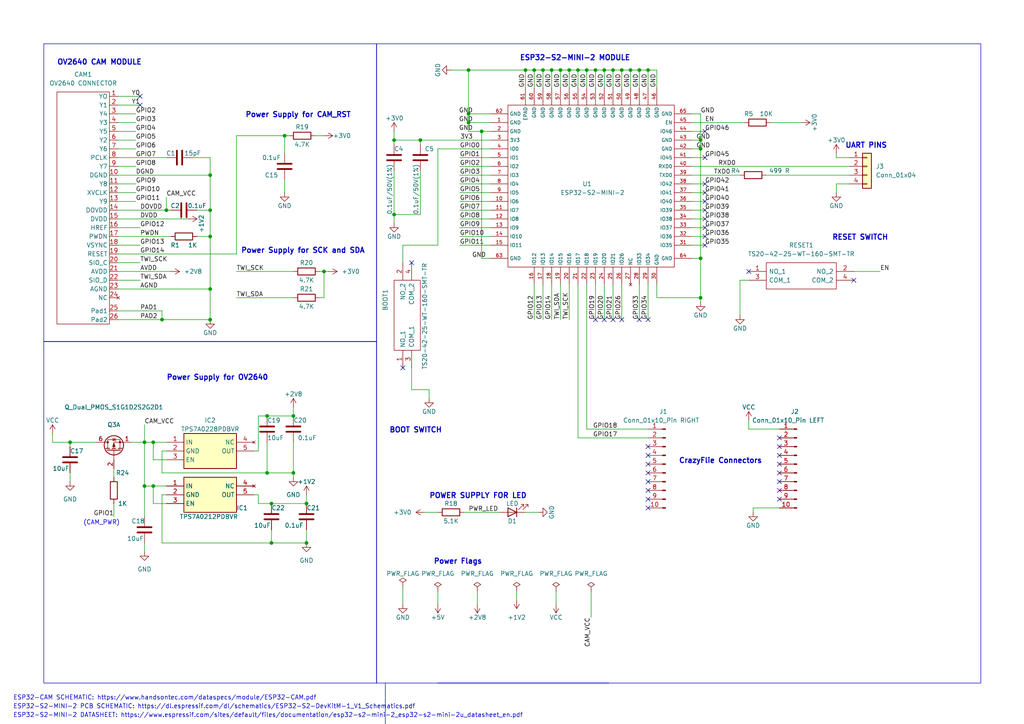
<source format=kicad_sch>
(kicad_sch (version 20230121) (generator eeschema)
  (paper "A4")
  (title_block (title "SURF Vision Offloading Module") (date "2023-07-07") (company "Effecient Computing Lab") (comment 1 "Put together by Kimberly By Goytia"))
  (lib_symbols
    (symbol "Camera:OV2640"
      (property "Reference" "CAM" (at -7.62 0 0))
      (property "Value" "OV2640" (at 2.54 0 0))
      (symbol "OV2640_1_1"
        (pin bidirectional line (at 8.89 -2.54 180) (length 2.54) (name "YO") (number "1"))
        (pin power_in line (at 8.89 -25.4 180) (length 2.54) (name "DGND") (number "10"))
        (pin bidirectional line (at 8.89 -27.94 180) (length 2.54) (name "Y8") (number "11"))
        (pin input line (at 8.89 -30.48 180) (length 2.54) (name "XVCLK") (number "12"))
        (pin bidirectional line (at 8.89 -33.02 180) (length 2.54) (name "Y9") (number "13"))
        (pin power_in line (at 8.89 -35.56 180) (length 2.54) (name "DOVDD") (number "14"))
        (pin power_in line (at 8.89 -38.1 180) (length 2.54) (name "DVDD") (number "15"))
        (pin bidirectional line (at 8.89 -40.64 180) (length 2.54) (name "HREF") (number "16"))
        (pin input line (at 8.89 -43.18 180) (length 2.54) (name "PWDN") (number "17"))
        (pin bidirectional line (at 8.89 -45.72 180) (length 2.54) (name "VSYNC") (number "18"))
        (pin unspecified line (at 8.89 -48.26 180) (length 2.54) (name "RESET") (number "19"))
        (pin bidirectional line (at 8.89 -5.08 180) (length 2.54) (name "Y1") (number "2"))
        (pin input line (at 8.89 -50.8 180) (length 2.54) (name "SIO_C") (number "20"))
        (pin power_in line (at 8.89 -53.34 180) (length 2.54) (name "AVDD") (number "21"))
        (pin bidirectional line (at 8.89 -55.88 180) (length 2.54) (name "SIO_D") (number "22"))
        (pin power_in line (at 8.89 -58.42 180) (length 2.54) (name "AGND") (number "23"))
        (pin no_connect line (at 8.89 -60.96 180) (length 2.54) (name "NC") (number "24"))
        (pin power_in line (at 8.89 -64.77 180) (length 2.54) (name "Pad1") (number "25"))
        (pin power_in line (at 8.89 -67.31 180) (length 2.54) (name "Pad2") (number "26"))
        (pin bidirectional line (at 8.89 -7.62 180) (length 2.54) (name "Y4") (number "3"))
        (pin bidirectional line (at 8.89 -10.16 180) (length 2.54) (name "Y3") (number "4"))
        (pin bidirectional line (at 8.89 -12.7 180) (length 2.54) (name "Y5") (number "5"))
        (pin bidirectional line (at 8.89 -15.24 180) (length 2.54) (name "Y2") (number "6"))
        (pin bidirectional line (at 8.89 -17.78 180) (length 2.54) (name "Y6") (number "7"))
        (pin bidirectional line (at 8.89 -20.32 180) (length 2.54) (name "PCLK") (number "8"))
        (pin bidirectional line (at 8.89 -22.86 180) (length 2.54) (name "Y7") (number "9"))
      )
    )
    (symbol "Connector:Conn_01x10_Pin" (pin_names (offset 1.016) hide)
      (property "Reference" "J" (at 0 12.7 0))
      (property "Value" "Conn_01x10_Pin" (at 0 -15.24 0))
      (symbol "Conn_01x10_Pin_1_1"
        (pin passive line (at 5.08 10.16 180) (length 3.81) (name "Pin_1") (number "1"))
        (pin passive line (at 5.08 -12.7 180) (length 3.81) (name "Pin_10") (number "10"))
        (pin passive line (at 5.08 7.62 180) (length 3.81) (name "Pin_2") (number "2"))
        (pin passive line (at 5.08 5.08 180) (length 3.81) (name "Pin_3") (number "3"))
        (pin passive line (at 5.08 2.54 180) (length 3.81) (name "Pin_4") (number "4"))
        (pin passive line (at 5.08 0 180) (length 3.81) (name "Pin_5") (number "5"))
        (pin passive line (at 5.08 -2.54 180) (length 3.81) (name "Pin_6") (number "6"))
        (pin passive line (at 5.08 -5.08 180) (length 3.81) (name "Pin_7") (number "7"))
        (pin passive line (at 5.08 -7.62 180) (length 3.81) (name "Pin_8") (number "8"))
        (pin passive line (at 5.08 -10.16 180) (length 3.81) (name "Pin_9") (number "9"))
      )
    )
    (symbol "Connector_Generic:Conn_01x04" (pin_names (offset 1.016) hide)
      (property "Reference" "J" (at 0 5.08 0))
      (property "Value" "Conn_01x04" (at 0 -7.62 0))
      (symbol "Conn_01x04_1_1"
        (pin passive line (at -5.08 2.54 0) (length 3.81) (name "Pin_1") (number "1"))
        (pin passive line (at -5.08 0 0) (length 3.81) (name "Pin_2") (number "2"))
        (pin passive line (at -5.08 -2.54 0) (length 3.81) (name "Pin_3") (number "3"))
        (pin passive line (at -5.08 -5.08 0) (length 3.81) (name "Pin_4") (number "4"))
      )
    )
    (symbol "Device:C" (pin_numbers hide) (pin_names (offset 0.254))
      (property "Reference" "C" (at 0.635 2.54 0))
      (property "Value" "C" (at 0.635 -2.54 0))
      (symbol "C_1_1"
        (pin passive line (at 0 3.81 270) (length 2.794) (name "~") (number "1"))
        (pin passive line (at 0 -3.81 90) (length 2.794) (name "~") (number "2"))
      )
    )
    (symbol "Device:LED" (pin_numbers hide) (pin_names (offset 1.016) hide)
      (property "Reference" "D" (at 0 2.54 0))
      (property "Value" "LED" (at 0 -2.54 0))
      (symbol "LED_1_1"
        (pin passive line (at -3.81 0 0) (length 2.54) (name "K") (number "1"))
        (pin passive line (at 3.81 0 180) (length 2.54) (name "A") (number "2"))
      )
    )
    (symbol "Device:Q_Dual_PMOS_S1G1D2S2G2D1" (pin_names (offset 0) hide)
      (property "Reference" "Q" (at 6.35 1.27 0))
      (property "Value" "Q_Dual_PMOS_S1G1D2S2G2D1" (at 19.05 -1.27 0))
      (symbol "Q_Dual_PMOS_S1G1D2S2G2D1_1_1"
        (pin passive line (at 2.54 -5.08 90) (length 2.54) (name "S") (number "1"))
        (pin input line (at -5.08 0 0) (length 2.54) (name "G") (number "2"))
        (pin passive line (at 2.54 5.08 270) (length 2.54) (name "D") (number "6"))
      )
      (symbol "Q_Dual_PMOS_S1G1D2S2G2D1_2_1"
        (pin passive line (at 2.54 5.08 270) (length 2.54) (name "D") (number "3"))
        (pin passive line (at 2.54 -5.08 90) (length 2.54) (name "S") (number "4"))
        (pin input line (at -5.08 0 0) (length 2.54) (name "G") (number "5"))
      )
    )
    (symbol "Device:R" (pin_numbers hide) (pin_names (offset 0))
      (property "Reference" "R" (at 2.032 0 90))
      (property "Value" "R" (at 0 0 90))
      (symbol "R_1_1"
        (pin passive line (at 0 3.81 270) (length 1.27) (name "~") (number "1"))
        (pin passive line (at 0 -3.81 90) (length 1.27) (name "~") (number "2"))
      )
    )
    (symbol "MCU_Espressif:ESP32-S2-MINI-2"
      (property "Reference" "U" (at 13.97 -19.05 0))
      (property "Value" "ESP32-S2-MINI-2" (at 13.97 -22.86 0))
      (symbol "ESP32-S2-MINI-2_1_0"
        (pin power_in line (at -16.51 -3.81 0) (length 5.08) (name "GND") (number "1"))
        (pin tri_state line (at -16.51 -26.67 0) (length 5.08) (name "IO6") (number "10"))
        (pin tri_state line (at -16.51 -29.21 0) (length 5.08) (name "IO7") (number "11"))
        (pin tri_state line (at -16.51 -31.75 0) (length 5.08) (name "IO8") (number "12"))
        (pin tri_state line (at -16.51 -34.29 0) (length 5.08) (name "IO9") (number "13"))
        (pin tri_state line (at -16.51 -36.83 0) (length 5.08) (name "IO10") (number "14"))
        (pin tri_state line (at -16.51 -39.37 0) (length 5.08) (name "IO11") (number "15"))
        (pin tri_state line (at -3.81 -50.8 90) (length 5.08) (name "IO12") (number "16"))
        (pin tri_state line (at -1.27 -50.8 90) (length 5.08) (name "IO13") (number "17"))
        (pin tri_state line (at 1.27 -50.8 90) (length 5.08) (name "IO14") (number "18"))
        (pin tri_state line (at 3.81 -50.8 90) (length 5.08) (name "IO15") (number "19"))
        (pin power_in line (at -16.51 -6.35 0) (length 5.08) (name "GND") (number "2"))
        (pin tri_state line (at 6.35 -50.8 90) (length 5.08) (name "IO16") (number "20"))
        (pin tri_state line (at 8.89 -50.8 90) (length 5.08) (name "IO17") (number "21"))
        (pin tri_state line (at 11.43 -50.8 90) (length 5.08) (name "IO18") (number "22"))
        (pin tri_state line (at 13.97 -50.8 90) (length 5.08) (name "IO19") (number "23"))
        (pin tri_state line (at 16.51 -50.8 90) (length 5.08) (name "IO20") (number "24"))
        (pin tri_state line (at 19.05 -50.8 90) (length 5.08) (name "IO21") (number "25"))
        (pin tri_state line (at 21.59 -50.8 90) (length 5.08) (name "IO26") (number "26"))
        (pin no_connect line (at 24.13 -50.8 90) (length 5.08) (name "NC") (number "27"))
        (pin tri_state line (at 26.67 -50.8 90) (length 5.08) (name "IO33") (number "28"))
        (pin tri_state line (at 29.21 -50.8 90) (length 5.08) (name "IO34") (number "29"))
        (pin power_out line (at -16.51 -8.89 0) (length 5.08) (name "3V3") (number "3"))
        (pin power_in line (at 31.75 -50.8 90) (length 5.08) (name "GND") (number "30"))
        (pin tri_state line (at 41.91 -39.37 180) (length 5.08) (name "IO35") (number "31"))
        (pin tri_state line (at 41.91 -36.83 180) (length 5.08) (name "IO36") (number "32"))
        (pin tri_state line (at 41.91 -34.29 180) (length 5.08) (name "IO37") (number "33"))
        (pin tri_state line (at 41.91 -31.75 180) (length 5.08) (name "IO38") (number "34"))
        (pin tri_state line (at 41.91 -29.21 180) (length 5.08) (name "IO39") (number "35"))
        (pin tri_state line (at 41.91 -26.67 180) (length 5.08) (name "IO40") (number "36"))
        (pin tri_state line (at 41.91 -24.13 180) (length 5.08) (name "IO41") (number "37"))
        (pin tri_state line (at 41.91 -21.59 180) (length 5.08) (name "IO42") (number "38"))
        (pin tri_state line (at 41.91 -19.05 180) (length 5.08) (name "TXD0") (number "39"))
        (pin tri_state line (at -16.51 -11.43 0) (length 5.08) (name "IO0") (number "4"))
        (pin tri_state line (at 41.91 -16.51 180) (length 5.08) (name "RXD0") (number "40"))
        (pin tri_state line (at 41.91 -13.97 180) (length 5.08) (name "IO45") (number "41"))
        (pin power_in line (at 41.91 -11.43 180) (length 5.08) (name "GND") (number "42"))
        (pin power_in line (at 41.91 -8.89 180) (length 5.08) (name "GND") (number "43"))
        (pin input line (at 41.91 -6.35 180) (length 5.08) (name "IO46") (number "44"))
        (pin input line (at 41.91 -3.81 180) (length 5.08) (name "EN") (number "45"))
        (pin power_in line (at 31.75 6.35 270) (length 5.08) (name "GND") (number "46"))
        (pin power_in line (at 29.21 6.35 270) (length 5.08) (name "GND") (number "47"))
        (pin power_in line (at 26.67 6.35 270) (length 5.08) (name "GND") (number "48"))
        (pin power_in line (at 24.13 6.35 270) (length 5.08) (name "GND") (number "49"))
        (pin tri_state line (at -16.51 -13.97 0) (length 5.08) (name "IO1") (number "5"))
        (pin power_in line (at 21.59 6.35 270) (length 5.08) (name "GND") (number "50"))
        (pin power_in line (at 19.05 6.35 270) (length 5.08) (name "GND") (number "51"))
        (pin power_in line (at 16.51 6.35 270) (length 5.08) (name "GND") (number "52"))
        (pin power_in line (at 13.97 6.35 270) (length 5.08) (name "GND") (number "53"))
        (pin power_in line (at 11.43 6.35 270) (length 5.08) (name "GND") (number "54"))
        (pin power_in line (at 8.89 6.35 270) (length 5.08) (name "GND") (number "55"))
        (pin power_in line (at 6.35 6.35 270) (length 5.08) (name "GND") (number "56"))
        (pin power_in line (at 3.81 6.35 270) (length 5.08) (name "GND") (number "57"))
        (pin power_in line (at 1.27 6.35 270) (length 5.08) (name "GND") (number "58"))
        (pin power_in line (at -1.27 6.35 270) (length 5.08) (name "GND") (number "59"))
        (pin tri_state line (at -16.51 -16.51 0) (length 5.08) (name "IO2") (number "6"))
        (pin power_in line (at -3.81 6.35 270) (length 5.08) (name "GND") (number "60"))
        (pin power_in line (at -6.35 6.35 270) (length 5.08) (name "EPAD") (number "61"))
        (pin power_in line (at -16.51 -1.27 0) (length 5.08) (name "GND") (number "62"))
        (pin power_in line (at -16.51 -43.18 0) (length 5.08) (name "GND") (number "63"))
        (pin power_in line (at 41.91 -43.18 180) (length 5.08) (name "GND") (number "64"))
        (pin power_in line (at 41.91 -1.27 180) (length 5.08) (name "GND") (number "65"))
        (pin tri_state line (at -16.51 -19.05 0) (length 5.08) (name "IO3") (number "7"))
        (pin tri_state line (at -16.51 -21.59 0) (length 5.08) (name "IO4") (number "8"))
        (pin tri_state line (at -16.51 -24.13 0) (length 5.08) (name "IO5") (number "9"))
      )
    )
    (symbol "TPS7A0212PDBVR:TPS7A0212PDBVR"
      (property "Reference" "IC" (at 21.59 7.62 0))
      (property "Value" "TPS7A0212PDBVR" (at 21.59 5.08 0))
      (symbol "TPS7A0212PDBVR_1_1"
        (pin passive line (at 0 0 0) (length 5.08) (name "IN") (number "1"))
        (pin passive line (at 0 -2.54 0) (length 5.08) (name "GND") (number "2"))
        (pin passive line (at 0 -5.08 0) (length 5.08) (name "EN") (number "3"))
        (pin no_connect line (at 25.4 0 180) (length 5.08) (name "NC") (number "4"))
        (pin passive line (at 25.4 -2.54 180) (length 5.08) (name "OUT") (number "5"))
      )
    )
    (symbol "TPS7A0228PDBVR:TPS7A0228PDBVR"
      (property "Reference" "IC" (at 21.59 7.62 0))
      (property "Value" "TPS7A0228PDBVR" (at 21.59 5.08 0))
      (symbol "TPS7A0228PDBVR_1_1"
        (pin passive line (at 0 0 0) (length 5.08) (name "IN") (number "1"))
        (pin passive line (at 0 -2.54 0) (length 5.08) (name "GND") (number "2"))
        (pin passive line (at 0 -5.08 0) (length 5.08) (name "EN") (number "3"))
        (pin no_connect line (at 25.4 0 180) (length 5.08) (name "NC") (number "4"))
        (pin passive line (at 25.4 -2.54 180) (length 5.08) (name "OUT") (number "5"))
      )
    )
    (symbol "TS20-42-25-WT-160-SMT-TR:TS20-42-25-WT-160-SMT-TR" (pin_names (offset 0.762))
      (property "Reference" "S" (at 26.67 7.62 0))
      (property "Value" "TS20-42-25-WT-160-SMT-TR" (at 26.67 5.08 0))
      (symbol "TS20-42-25-WT-160-SMT-TR_0_0"
        (pin passive line (at 0 0 0) (length 5.08) (name "NO_1") (number "1"))
        (pin passive line (at 30.48 0 180) (length 5.08) (name "NO_2") (number "2"))
        (pin passive line (at 0 -2.54 0) (length 5.08) (name "COM_1") (number "3"))
        (pin passive line (at 30.48 -2.54 180) (length 5.08) (name "COM_2") (number "4"))
      )
    )
    (symbol "power:+1V2" (power) (pin_names (offset 0))
      (property "Value" "+1V2" (at 0 3.556 0))
      (symbol "+1V2_1_1"
        (pin power_in line (at 0 0 90) (length 0) hide (name "+1V2") (number "1"))
      )
    )
    (symbol "power:+2V8" (power) (pin_names (offset 0))
      (property "Value" "+2V8" (at 0 3.556 0))
      (symbol "+2V8_1_1"
        (pin power_in line (at 0 0 90) (length 0) hide (name "+2V8") (number "1"))
      )
    )
    (symbol "power:+3V0" (power) (pin_names (offset 0))
      (property "Value" "+3V0" (at 0 3.556 0))
      (symbol "+3V0_1_1"
        (pin power_in line (at 0 0 90) (length 0) hide (name "+3V0") (number "1"))
      )
    )
    (symbol "power:+5V" (power) (pin_names (offset 0))
      (property "Value" "+5V" (at 0 3.556 0))
      (symbol "+5V_1_1"
        (pin power_in line (at 0 0 90) (length 0) hide (name "+5V") (number "1"))
      )
    )
    (symbol "power:GND" (power) (pin_names (offset 0))
      (property "Value" "GND" (at 0 -3.81 0))
      (symbol "GND_1_1"
        (pin power_in line (at 0 0 270) (length 0) hide (name "GND") (number "1"))
      )
    )
    (symbol "power:PWR_FLAG" (power) (pin_numbers hide) (pin_names (offset 0) hide)
      (property "Value" "PWR_FLAG" (at 0 3.81 0))
      (symbol "PWR_FLAG_0_0"
        (pin power_out line (at 0 0 90) (length 0) (name "pwr") (number "1"))
      )
    )
    (symbol "power:VCC" (power) (pin_names (offset 0))
      (property "Value" "VCC" (at 0 3.81 0))
      (symbol "VCC_1_1"
        (pin power_in line (at 0 0 90) (length 0) hide (name "VCC") (number "1"))
      )
    )
  )
  (junction (at 93.98 78.74))
  (junction (at 48.26 60.96))
  (junction (at 88.9 146.05))
  (junction (at 41.91 128.27))
  (junction (at 88.9 157.48))
  (junction (at 121.92 40.64))
  (junction (at 177.8 20.32))
  (junction (at 60.96 50.8))
  (junction (at 46.99 92.71))
  (junction (at 77.47 120.65))
  (junction (at 44.45 140.97))
  (junction (at 160.02 20.32))
  (junction (at 82.55 39.37))
  (junction (at 154.94 20.32))
  (junction (at 152.4 20.32))
  (junction (at 203.2 43.18))
  (junction (at 44.45 128.27))
  (junction (at 20.32 128.27))
  (junction (at 85.09 137.16))
  (junction (at 157.48 20.32))
  (junction (at 172.72 20.32))
  (junction (at 114.3 40.64))
  (junction (at 203.2 40.64))
  (junction (at 185.42 20.32))
  (junction (at 135.89 20.32))
  (junction (at 170.18 20.32))
  (junction (at 135.89 35.56))
  (junction (at 78.74 157.48))
  (junction (at 60.96 68.58))
  (junction (at 187.96 20.32))
  (junction (at 135.89 33.02))
  (junction (at 114.3 62.23))
  (junction (at 162.56 20.32))
  (junction (at 60.96 60.96))
  (junction (at 165.1 20.32))
  (junction (at 175.26 20.32))
  (junction (at 60.96 83.82))
  (junction (at 167.64 20.32))
  (junction (at 85.09 120.65))
  (junction (at 60.96 92.71))
  (junction (at 203.2 86.36))
  (junction (at 77.47 137.16))
  (junction (at 41.91 140.97))
  (junction (at 182.88 20.32))
  (junction (at 203.2 74.93))
  (junction (at 139.7 38.1))
  (junction (at 78.74 146.05))
  (junction (at 180.34 20.32))
  (no_connect (at 187.96 147.32))
  (no_connect (at 226.06 144.78))
  (no_connect (at 204.47 45.72))
  (no_connect (at 226.06 139.7))
  (no_connect (at 204.47 66.04))
  (no_connect (at 175.26 92.71))
  (no_connect (at 40.64 30.48))
  (no_connect (at 187.96 132.08))
  (no_connect (at 204.47 58.42))
  (no_connect (at 247.65 81.28))
  (no_connect (at 226.06 132.08))
  (no_connect (at 187.96 129.54))
  (no_connect (at 116.84 106.68))
  (no_connect (at 187.96 92.71))
  (no_connect (at 172.72 92.71))
  (no_connect (at 40.64 27.94))
  (no_connect (at 226.06 142.24))
  (no_connect (at 187.96 137.16))
  (no_connect (at 204.47 38.1))
  (no_connect (at 217.17 78.74))
  (no_connect (at 187.96 134.62))
  (no_connect (at 177.8 92.71))
  (no_connect (at 187.96 144.78))
  (no_connect (at 226.06 127))
  (no_connect (at 226.06 137.16))
  (no_connect (at 119.38 76.2))
  (no_connect (at 204.47 63.5))
  (no_connect (at 185.42 92.71))
  (no_connect (at 204.47 60.96))
  (no_connect (at 187.96 142.24))
  (no_connect (at 204.47 55.88))
  (no_connect (at 204.47 71.12))
  (no_connect (at 204.47 68.58))
  (no_connect (at 204.47 53.34))
  (no_connect (at 226.06 129.54))
  (no_connect (at 226.06 134.62))
  (no_connect (at 180.34 92.71))
  (no_connect (at 187.96 139.7))
  (wire (pts (xy 154.94 82.55) (xy 154.94 92.71)))
  (wire (pts (xy 200.66 74.93) (xy 203.2 74.93)))
  (wire (pts (xy 20.32 137.16) (xy 20.32 139.7)))
  (wire (pts (xy 190.5 20.32) (xy 190.5 25.4)))
  (wire (pts (xy 34.29 92.71) (xy 46.99 92.71)))
  (wire (pts (xy 34.29 40.64) (xy 39.37 40.64)))
  (wire (pts (xy 170.18 124.46) (xy 187.96 124.46)))
  (wire (pts (xy 82.55 39.37) (xy 82.55 44.45)))
  (wire (pts (xy 171.45 171.45) (xy 171.45 179.07)))
  (wire (pts (xy 114.3 38.1) (xy 114.3 40.64)))
  (wire (pts (xy 185.42 20.32) (xy 187.96 20.32)))
  (wire (pts (xy 203.2 43.18) (xy 203.2 74.93)))
  (wire (pts (xy 200.66 38.1) (xy 204.47 38.1)))
  (wire (pts (xy 165.1 82.55) (xy 165.1 92.71)))
  (wire (pts (xy 34.29 55.88) (xy 39.37 55.88)))
  (wire (pts (xy 175.26 82.55) (xy 175.26 92.71)))
  (wire (pts (xy 46.99 130.81) (xy 48.26 130.81)))
  (wire (pts (xy 167.64 20.32) (xy 167.64 25.4)))
  (wire (pts (xy 34.29 45.72) (xy 48.26 45.72)))
  (wire (pts (xy 114.3 41.91) (xy 114.3 40.64)))
  (wire (pts (xy 77.47 120.65) (xy 85.09 120.65)))
  (wire (pts (xy 73.66 130.81) (xy 74.93 130.81)))
  (wire (pts (xy 200.66 43.18) (xy 203.2 43.18)))
  (wire (pts (xy 68.58 86.36) (xy 85.09 86.36)))
  (wire (pts (xy 127 43.18) (xy 127 71.12)))
  (wire (pts (xy 142.24 40.64) (xy 121.92 40.64)))
  (wire (pts (xy 180.34 20.32) (xy 180.34 25.4)))
  (wire (pts (xy 34.29 58.42) (xy 39.37 58.42)))
  (wire (pts (xy 41.91 157.48) (xy 41.91 160.02)))
  (wire (pts (xy 74.93 143.51) (xy 74.93 146.05)))
  (wire (pts (xy 34.29 76.2) (xy 40.64 76.2)))
  (wire (pts (xy 92.71 78.74) (xy 93.98 78.74)))
  (wire (pts (xy 38.1 128.27) (xy 41.91 128.27)))
  (wire (pts (xy 57.15 68.58) (xy 60.96 68.58)))
  (wire (pts (xy 130.81 20.32) (xy 135.89 20.32)))
  (wire (pts (xy 170.18 20.32) (xy 170.18 25.4)))
  (wire (pts (xy 200.66 35.56) (xy 215.9 35.56)))
  (wire (pts (xy 222.25 50.8) (xy 246.38 50.8)))
  (wire (pts (xy 78.74 157.48) (xy 88.9 157.48)))
  (wire (pts (xy 217.17 121.92) (xy 217.17 124.46)))
  (wire (pts (xy 133.35 45.72) (xy 142.24 45.72)))
  (wire (pts (xy 34.29 73.66) (xy 68.58 73.66)))
  (wire (pts (xy 200.66 55.88) (xy 204.47 55.88)))
  (wire (pts (xy 172.72 20.32) (xy 172.72 25.4)))
  (wire (pts (xy 78.74 146.05) (xy 88.9 146.05)))
  (wire (pts (xy 187.96 20.32) (xy 187.96 25.4)))
  (wire (pts (xy 34.29 60.96) (xy 48.26 60.96)))
  (wire (pts (xy 55.88 45.72) (xy 60.96 45.72)))
  (wire (pts (xy 200.66 48.26) (xy 246.38 48.26)))
  (wire (pts (xy 60.96 68.58) (xy 60.96 83.82)))
  (wire (pts (xy 85.09 138.43) (xy 85.09 137.16)))
  (wire (pts (xy 203.2 87.63) (xy 203.2 86.36)))
  (wire (pts (xy 214.63 81.28) (xy 214.63 91.44)))
  (wire (pts (xy 177.8 20.32) (xy 177.8 25.4)))
  (wire (pts (xy 60.96 50.8) (xy 60.96 60.96)))
  (wire (pts (xy 88.9 153.67) (xy 88.9 157.48)))
  (wire (pts (xy 34.29 63.5) (xy 54.61 63.5)))
  (wire (pts (xy 41.91 140.97) (xy 44.45 140.97)))
  (wire (pts (xy 48.26 60.96) (xy 49.53 60.96)))
  (wire (pts (xy 92.71 86.36) (xy 93.98 86.36)))
  (wire (pts (xy 200.66 53.34) (xy 204.47 53.34)))
  (wire (pts (xy 154.94 20.32) (xy 157.48 20.32)))
  (polyline (pts (xy 176.53 198.12) (xy 127 198.12)))
  (wire (pts (xy 200.66 45.72) (xy 204.47 45.72)))
  (polyline (pts (xy 111.76 219.71) (xy 111.76 198.12)))
  (wire (pts (xy 46.99 137.16) (xy 77.47 137.16)))
  (wire (pts (xy 152.4 25.4) (xy 152.4 20.32)))
  (wire (pts (xy 48.26 57.15) (xy 48.26 60.96)))
  (wire (pts (xy 200.66 68.58) (xy 204.47 68.58)))
  (wire (pts (xy 114.3 62.23) (xy 114.3 64.77)))
  (wire (pts (xy 114.3 40.64) (xy 121.92 40.64)))
  (wire (pts (xy 116.84 76.2) (xy 116.84 71.12)))
  (wire (pts (xy 165.1 20.32) (xy 167.64 20.32)))
  (wire (pts (xy 152.4 148.59) (xy 156.21 148.59)))
  (wire (pts (xy 203.2 40.64) (xy 203.2 43.18)))
  (wire (pts (xy 149.86 171.45) (xy 149.86 173.99)))
  (wire (pts (xy 182.88 20.32) (xy 182.88 25.4)))
  (wire (pts (xy 172.72 82.55) (xy 172.72 92.71)))
  (wire (pts (xy 60.96 83.82) (xy 60.96 92.71)))
  (wire (pts (xy 48.26 133.35) (xy 44.45 133.35)))
  (wire (pts (xy 135.89 33.02) (xy 135.89 20.32)))
  (wire (pts (xy 133.35 53.34) (xy 142.24 53.34)))
  (wire (pts (xy 123.19 148.59) (xy 127 148.59)))
  (wire (pts (xy 161.29 171.45) (xy 161.29 175.26)))
  (wire (pts (xy 41.91 128.27) (xy 44.45 128.27)))
  (wire (pts (xy 133.35 60.96) (xy 142.24 60.96)))
  (wire (pts (xy 48.26 143.51) (xy 46.99 143.51)))
  (wire (pts (xy 34.29 90.17) (xy 46.99 90.17)))
  (wire (pts (xy 142.24 74.93) (xy 139.7 74.93)))
  (wire (pts (xy 116.84 71.12) (xy 127 71.12)))
  (wire (pts (xy 88.9 143.51) (xy 88.9 146.05)))
  (wire (pts (xy 34.29 38.1) (xy 39.37 38.1)))
  (wire (pts (xy 135.89 35.56) (xy 142.24 35.56)))
  (wire (pts (xy 20.32 129.54) (xy 20.32 128.27)))
  (wire (pts (xy 133.35 68.58) (xy 142.24 68.58)))
  (wire (pts (xy 167.64 20.32) (xy 170.18 20.32)))
  (wire (pts (xy 167.64 127) (xy 187.96 127)))
  (wire (pts (xy 41.91 123.19) (xy 41.91 128.27)))
  (wire (pts (xy 187.96 82.55) (xy 187.96 92.71)))
  (wire (pts (xy 34.29 30.48) (xy 40.64 30.48)))
  (wire (pts (xy 124.46 115.57) (xy 124.46 113.03)))
  (wire (pts (xy 135.89 38.1) (xy 139.7 38.1)))
  (wire (pts (xy 200.66 58.42) (xy 204.47 58.42)))
  (wire (pts (xy 160.02 25.4) (xy 160.02 20.32)))
  (wire (pts (xy 162.56 82.55) (xy 162.56 92.71)))
  (wire (pts (xy 41.91 140.97) (xy 41.91 149.86)))
  (wire (pts (xy 247.65 78.74) (xy 255.27 78.74)))
  (wire (pts (xy 134.62 148.59) (xy 144.78 148.59)))
  (wire (pts (xy 180.34 82.55) (xy 180.34 92.71)))
  (wire (pts (xy 182.88 20.32) (xy 185.42 20.32)))
  (wire (pts (xy 60.96 45.72) (xy 60.96 50.8)))
  (wire (pts (xy 226.06 124.46) (xy 217.17 124.46)))
  (wire (pts (xy 242.57 53.34) (xy 242.57 55.88)))
  (wire (pts (xy 175.26 20.32) (xy 177.8 20.32)))
  (wire (pts (xy 160.02 20.32) (xy 162.56 20.32)))
  (wire (pts (xy 133.35 50.8) (xy 142.24 50.8)))
  (wire (pts (xy 200.66 63.5) (xy 204.47 63.5)))
  (wire (pts (xy 223.52 35.56) (xy 232.41 35.56)))
  (wire (pts (xy 187.96 20.32) (xy 190.5 20.32)))
  (wire (pts (xy 200.66 71.12) (xy 204.47 71.12)))
  (wire (pts (xy 34.29 27.94) (xy 40.64 27.94)))
  (wire (pts (xy 114.3 49.53) (xy 114.3 62.23)))
  (wire (pts (xy 200.66 40.64) (xy 203.2 40.64)))
  (wire (pts (xy 172.72 20.32) (xy 175.26 20.32)))
  (wire (pts (xy 34.29 33.02) (xy 39.37 33.02)))
  (wire (pts (xy 114.3 62.23) (xy 121.92 62.23)))
  (wire (pts (xy 139.7 38.1) (xy 139.7 74.93)))
  (wire (pts (xy 20.32 128.27) (xy 27.94 128.27)))
  (wire (pts (xy 93.98 78.74) (xy 93.98 86.36)))
  (wire (pts (xy 73.66 143.51) (xy 74.93 143.51)))
  (wire (pts (xy 175.26 20.32) (xy 175.26 25.4)))
  (wire (pts (xy 46.99 92.71) (xy 60.96 92.71)))
  (wire (pts (xy 185.42 20.32) (xy 185.42 25.4)))
  (wire (pts (xy 15.24 128.27) (xy 20.32 128.27)))
  (wire (pts (xy 133.35 71.12) (xy 142.24 71.12)))
  (wire (pts (xy 170.18 82.55) (xy 170.18 124.46)))
  (wire (pts (xy 133.35 55.88) (xy 142.24 55.88)))
  (wire (pts (xy 44.45 133.35) (xy 44.45 128.27)))
  (wire (pts (xy 200.66 60.96) (xy 204.47 60.96)))
  (wire (pts (xy 34.29 53.34) (xy 39.37 53.34)))
  (wire (pts (xy 246.38 53.34) (xy 242.57 53.34)))
  (wire (pts (xy 133.35 48.26) (xy 142.24 48.26)))
  (wire (pts (xy 242.57 44.45) (xy 242.57 45.72)))
  (wire (pts (xy 33.02 146.05) (xy 33.02 149.86)))
  (wire (pts (xy 177.8 20.32) (xy 180.34 20.32)))
  (wire (pts (xy 119.38 106.68) (xy 119.38 113.03)))
  (wire (pts (xy 34.29 83.82) (xy 60.96 83.82)))
  (wire (pts (xy 135.89 33.02) (xy 142.24 33.02)))
  (wire (pts (xy 214.63 81.28) (xy 217.17 81.28)))
  (wire (pts (xy 74.93 146.05) (xy 78.74 146.05)))
  (wire (pts (xy 200.66 66.04) (xy 204.47 66.04)))
  (wire (pts (xy 77.47 137.16) (xy 85.09 137.16)))
  (wire (pts (xy 44.45 128.27) (xy 48.26 128.27)))
  (wire (pts (xy 68.58 78.74) (xy 85.09 78.74)))
  (wire (pts (xy 46.99 90.17) (xy 46.99 92.71)))
  (wire (pts (xy 34.29 68.58) (xy 49.53 68.58)))
  (wire (pts (xy 85.09 128.27) (xy 85.09 137.16)))
  (wire (pts (xy 200.66 50.8) (xy 214.63 50.8)))
  (wire (pts (xy 185.42 82.55) (xy 185.42 92.71)))
  (wire (pts (xy 93.98 78.74) (xy 95.25 78.74)))
  (wire (pts (xy 165.1 20.32) (xy 165.1 25.4)))
  (wire (pts (xy 68.58 39.37) (xy 82.55 39.37)))
  (wire (pts (xy 121.92 49.53) (xy 121.92 62.23)))
  (wire (pts (xy 162.56 20.32) (xy 165.1 20.32)))
  (wire (pts (xy 74.93 130.81) (xy 74.93 120.65)))
  (wire (pts (xy 57.15 60.96) (xy 60.96 60.96)))
  (wire (pts (xy 34.29 48.26) (xy 39.37 48.26)))
  (wire (pts (xy 41.91 128.27) (xy 41.91 140.97)))
  (wire (pts (xy 44.45 140.97) (xy 48.26 140.97)))
  (wire (pts (xy 218.44 147.32) (xy 218.44 148.59)))
  (wire (pts (xy 34.29 43.18) (xy 39.37 43.18)))
  (wire (pts (xy 152.4 20.32) (xy 154.94 20.32)))
  (wire (pts (xy 46.99 137.16) (xy 46.99 130.81)))
  (wire (pts (xy 177.8 82.55) (xy 177.8 92.71)))
  (wire (pts (xy 157.48 20.32) (xy 160.02 20.32)))
  (wire (pts (xy 82.55 39.37) (xy 83.82 39.37)))
  (wire (pts (xy 190.5 82.55) (xy 190.5 86.36)))
  (wire (pts (xy 139.7 38.1) (xy 142.24 38.1)))
  (wire (pts (xy 44.45 146.05) (xy 44.45 140.97)))
  (wire (pts (xy 135.89 35.56) (xy 135.89 38.1)))
  (wire (pts (xy 34.29 50.8) (xy 60.96 50.8)))
  (wire (pts (xy 127 171.45) (xy 127 175.26)))
  (wire (pts (xy 203.2 33.02) (xy 203.2 40.64)))
  (wire (pts (xy 48.26 146.05) (xy 44.45 146.05)))
  (wire (pts (xy 127 43.18) (xy 142.24 43.18)))
  (wire (pts (xy 34.29 66.04) (xy 40.64 66.04)))
  (wire (pts (xy 190.5 86.36) (xy 203.2 86.36)))
  (wire (pts (xy 135.89 20.32) (xy 152.4 20.32)))
  (wire (pts (xy 133.35 63.5) (xy 142.24 63.5)))
  (wire (pts (xy 157.48 20.32) (xy 157.48 25.4)))
  (wire (pts (xy 154.94 25.4) (xy 154.94 20.32)))
  (wire (pts (xy 34.29 78.74) (xy 49.53 78.74)))
  (wire (pts (xy 116.84 170.18) (xy 116.84 175.26)))
  (wire (pts (xy 180.34 20.32) (xy 182.88 20.32)))
  (wire (pts (xy 68.58 39.37) (xy 68.58 73.66)))
  (wire (pts (xy 46.99 143.51) (xy 46.99 157.48)))
  (wire (pts (xy 226.06 147.32) (xy 218.44 147.32)))
  (wire (pts (xy 74.93 120.65) (xy 77.47 120.65)))
  (wire (pts (xy 60.96 60.96) (xy 60.96 68.58)))
  (wire (pts (xy 34.29 35.56) (xy 39.37 35.56)))
  (wire (pts (xy 78.74 153.67) (xy 78.74 157.48)))
  (wire (pts (xy 170.18 20.32) (xy 172.72 20.32)))
  (wire (pts (xy 160.02 82.55) (xy 160.02 92.71)))
  (wire (pts (xy 133.35 58.42) (xy 142.24 58.42)))
  (wire (pts (xy 91.44 39.37) (xy 93.98 39.37)))
  (wire (pts (xy 203.2 74.93) (xy 203.2 86.36)))
  (wire (pts (xy 157.48 82.55) (xy 157.48 92.71)))
  (wire (pts (xy 34.29 81.28) (xy 40.64 81.28)))
  (wire (pts (xy 77.47 128.27) (xy 77.47 137.16)))
  (wire (pts (xy 167.64 82.55) (xy 167.64 127)))
  (wire (pts (xy 138.43 171.45) (xy 138.43 175.26)))
  (wire (pts (xy 135.89 33.02) (xy 135.89 35.56)))
  (wire (pts (xy 33.02 135.89) (xy 33.02 138.43)))
  (wire (pts (xy 162.56 20.32) (xy 162.56 25.4)))
  (wire (pts (xy 133.35 66.04) (xy 142.24 66.04)))
  (wire (pts (xy 200.66 33.02) (xy 203.2 33.02)))
  (wire (pts (xy 119.38 113.03) (xy 124.46 113.03)))
  (wire (pts (xy 85.09 118.11) (xy 85.09 120.65)))
  (wire (pts (xy 46.99 157.48) (xy 78.74 157.48)))
  (wire (pts (xy 15.24 125.73) (xy 15.24 128.27)))
  (wire (pts (xy 82.55 52.07) (xy 82.55 55.88)))
  (wire (pts (xy 34.29 71.12) (xy 40.64 71.12)))
  (wire (pts (xy 242.57 45.72) (xy 246.38 45.72)))
  (wire (pts (xy 121.92 40.64) (xy 121.92 41.91)))
  (rectangle (start 12.7 12.7) (end 109.22 99.06))
  (rectangle (start 12.7 99.06) (end 109.22 198.12))
  (rectangle (start 109.22 12.7) (end 284.48 198.12))
  (text "ESP32-S2-MINI-2 PCB SCHEMATIC: https://dl.espressif.com/dl/schematics/ESP32-S2-DevKitM-1_V1_Schematics.pdf" (at 3.81 205.74 0) (effects (font (size 1.27 1.27)) (justify left bottom)))
  (text "ESP32-S2-MINI-2 MODULE" (at 182.88 17.78 0) (effects (font (size 1.5 1.5) (thickness 0.3) bold) (justify right bottom)))
  (text "ESP32-S2-MINI-2 DATASHEET: https://www.espressif.com/sites/default/files/documentation/esp32-s2-mini-2_esp32-s2-mini-2u_datasheet_en.pdf" (at 3.81 208.28 0) (effects (font (size 1.27 1.27)) (justify left bottom)))
  (text "UART PINS" (at 245.11 43.18 0) (effects (font (size 1.5 1.5) (thickness 0.3) bold) (justify left bottom)))
  (text "POWER SUPPLY FOR LED" (at 124.46 144.78 0) (effects (font (size 1.5 1.5) (thickness 0.3) bold) (justify left bottom)))
  (text "Power Supply for SCK and SDA" (at 69.85 73.66 0) (effects (font (size 1.5 1.5) (thickness 0.3) bold) (justify left bottom)))
  (text "(CAM_PWR)" (at 24.13 152.4 0) (effects (font (size 1.27 1.27)) (justify left bottom)))
  (text "CrazyFlie Connectors" (at 196.85 134.62 0) (effects (font (size 1.5 1.5) (thickness 0.3) bold) (justify left bottom)))
  (text "ESP32-CAM SCHEMATIC: https://www.handsontec.com/dataspecs/module/ESP32-CAM.pdf" (at 3.81 203.2 0) (effects (font (size 1.27 1.27)) (justify left bottom)))
  (text "RESET SWITCH" (at 241.3 69.85 0) (effects (font (size 1.5 1.5) (thickness 0.3) bold) (justify left bottom)))
  (text "OV2640 CAM MODULE" (at 16.51 19.05 0) (effects (font (size 1.5 1.5) (thickness 0.3) bold) (justify left bottom)))
  (text "Power Supply for CAM_RST" (at 71.12 34.29 0) (effects (font (size 1.5 1.5) (thickness 0.3) bold) (justify left bottom)))
  (text "Power Flags" (at 125.73 163.83 0) (effects (font (size 1.5 1.5) (thickness 0.3) bold) (justify left bottom)))
  (text "BOOT SWITCH" (at 128.27 125.73 0) (effects (font (size 1.5 1.5) (thickness 0.3) bold) (justify right bottom)))
  (text "Power Supply for OV2640" (at 48.26 110.49 0) (effects (font (size 1.5 1.5) (thickness 0.3) bold) (justify left bottom)))
  (label "GPIO21" (at 177.8 92.71 90))
  (label "GPIO38" (at 204.47 63.5 0))
  (label "GND" (at 201.93 43.18 0))
  (label "GND" (at 140.97 74.93 180))
  (label "GPIO7" (at 39.37 45.72 0))
  (label "3V3" (at 137.16 40.64 180))
  (label "GPIO13" (at 157.48 92.71 90))
  (label "GND" (at 162.56 25.4 90))
  (label "PWDN" (at 40.64 68.58 0))
  (label "GPIO2" (at 133.35 48.26 0))
  (label "GND" (at 167.64 25.4 90))
  (label "GPIO36" (at 204.47 68.58 0))
  (label "GND" (at 190.5 25.4 90))
  (label "GND" (at 165.1 25.4 90))
  (label "GPIO12" (at 154.94 92.71 90))
  (label "GND" (at 177.8 25.4 90))
  (label "TWI_SDA" (at 162.56 92.71 90))
  (label "GPIO6" (at 39.37 43.18 0))
  (label "EN" (at 255.27 78.74 0))
  (label "GND" (at 201.93 40.64 0))
  (label "GPIO40" (at 204.47 58.42 0))
  (label "GPIO17" (at 179.07 127 180))
  (label "GPIO6" (at 133.35 58.42 0))
  (label "GPIO8" (at 39.37 48.26 0))
  (label "DVDD" (at 40.64 63.5 0))
  (label "GND" (at 152.4 25.4 90))
  (label "GPIO3" (at 39.37 35.56 0))
  (label "Y1" (at 40.64 30.48 180))
  (label "GPIO19" (at 172.72 92.71 90))
  (label "GPIO2" (at 39.37 33.02 0))
  (label "GND" (at 170.18 25.4 90))
  (label "GPIO0" (at 133.35 43.18 0))
  (label "GPIO8" (at 133.35 63.5 0))
  (label "GPIO46" (at 204.47 38.1 0))
  (label "TWI_SCK" (at 165.1 92.71 90))
  (label "GPIO33" (at 185.42 92.71 90))
  (label "GPIO9" (at 133.35 66.04 0))
  (label "GPIO14" (at 160.02 92.71 90))
  (label "GPIO20" (at 175.26 92.71 90))
  (label "GND" (at 157.48 25.4 90))
  (label "GND" (at 203.2 33.02 0))
  (label "GND" (at 185.42 25.4 90))
  (label "CAM_VCC" (at 41.91 123.19 0))
  (label "GND" (at 137.16 33.02 180))
  (label "AVDD" (at 40.64 78.74 0))
  (label "GPIO4" (at 39.37 38.1 0))
  (label "CAM_VCC" (at 171.45 179.07 270))
  (label "DOVDD" (at 40.64 60.96 0))
  (label "GPIO9" (at 39.37 53.34 0))
  (label "GND" (at 175.26 25.4 90))
  (label "DGND" (at 39.37 50.8 0))
  (label "GPIO5" (at 133.35 55.88 0))
  (label "GPIO18" (at 179.07 124.46 180))
  (label "PAD1" (at 40.64 90.17 0))
  (label "GPIO12" (at 40.64 66.04 0))
  (label "GPIO26" (at 180.34 92.71 90))
  (label "GPIO10" (at 39.37 55.88 0))
  (label "TXD0" (at 207.01 50.8 0))
  (label "GPIO1" (at 133.35 45.72 0))
  (label "TWI_SDA" (at 40.64 81.28 0))
  (label "GND" (at 182.88 25.4 90))
  (label "RXD0" (at 208.28 48.26 0))
  (label "TWI_SCK" (at 40.64 76.2 0))
  (label "GND" (at 160.02 25.4 90))
  (label "GND" (at 154.94 25.4 90))
  (label "TWI_SCK" (at 68.58 78.74 0))
  (label "PAD2" (at 40.64 92.71 0))
  (label "GPIO7" (at 133.35 60.96 0))
  (label "GPIO10" (at 133.35 68.58 0))
  (label "GPIO42" (at 204.47 53.34 0))
  (label "GPIO34" (at 187.96 92.71 90))
  (label "TWI_SDA" (at 68.58 86.36 0))
  (label "AGND" (at 40.64 83.82 0))
  (label "GND" (at 180.34 25.4 90))
  (label "GPIO41" (at 204.47 55.88 0))
  (label "GPIO35" (at 204.47 71.12 0))
  (label "GPIO39" (at 204.47 60.96 0))
  (label "GND" (at 137.16 35.56 180))
  (label "GPIO11" (at 133.35 71.12 0))
  (label "PWR_LED" (at 135.89 148.59 0))
  (label "GND" (at 137.16 38.1 180))
  (label "GND" (at 187.96 25.4 90))
  (label "GPIO14" (at 40.64 73.66 0))
  (label "EN" (at 204.47 35.56 0))
  (label "GPIO3" (at 133.35 50.8 0))
  (label "GPIO4" (at 133.35 53.34 0))
  (label "GPIO5" (at 39.37 40.64 0))
  (label "CAM_VCC" (at 48.26 57.15 0))
  (label "GPIO1" (at 33.02 149.86 180))
  (label "GPIO11" (at 39.37 58.42 0))
  (label "GPIO37" (at 204.47 66.04 0))
  (label "GPIO13" (at 40.64 71.12 0))
  (label "GND" (at 172.72 25.4 90))
  (label "Y0" (at 40.64 27.94 180))
  (label "GPIO45" (at 204.47 45.72 0))
  (symbol (lib_id "power:VCC") (at 161.29 175.26 0) (mirror x) (unit 1)
    (property "Reference" "#PWR023" (effects hide))
    (property "Value" "VCC" (at 161.29 179.07 0))
  )
  (symbol (lib_id "power:GND") (at 218.44 148.59 0) (mirror y) (unit 1)
    (property "Reference" "#PWR014" (effects hide))
    (property "Value" "GND" (at 218.44 152.4 0))
  )
  (symbol (lib_id "TS20-42-25-WT-160-SMT-TR:TS20-42-25-WT-160-SMT-TR") (at 217.17 78.74 0) (unit 1)
    (property "Reference" "RESET1" (at 232.41 71.12 0))
    (property "Value" "TS20-42-25-WT-160-SMT-TR" (at 232.41 73.66 0))
    (property "Footprint" "NEW-SWITCH:TS204225WT160SMTTR" (effects hide))
    (property "Datasheet" "https://www.cuidevices.com/product/resource/ts20.pdf" (effects hide))
    (property "Description" "Tactile Switches 4.2 x 3.2 mm, 2.5 mm Actuator Height, 160 gf, White, Surface Mount, TR, SPST, Tactile Switch" (effects hide))
    (property "Height" "2.7" (effects hide))
    (property "Mouser Part Number" "179-TS204225WT160SMT" (effects hide))
    (property "Mouser Price/Stock" "https://www.mouser.co.uk/ProductDetail/CUI-Devices/TS20-42-25-WT-160-SMT-TR?qs=tlsG%2FOw5FFiXbig16X7ymQ%3D%3D" (effects hide))
    (property "Manufacturer_Name" "CUI Devices" (effects hide))
    (property "Manufacturer_Part_Number" "TS20-42-25-WT-160-SMT-TR" (effects hide))
  )
  (symbol (lib_id "Device:R") (at 88.9 78.74 90) (unit 1)
    (property "Reference" "R20" (at 88.9 76.2 90))
    (property "Value" "4.7K" (at 88.9 81.28 90))
    (property "Footprint" "Resistor_SMD:R_0402_1005Metric" (effects hide))
  )
  (symbol (lib_id "Device:C") (at 88.9 149.86 0) (unit 1)
    (property "Reference" "C21" (at 88.9 147.32 0) (effects (justify left)))
    (property "Value" "0.1uF" (at 82.55 152.4 0) (effects (justify left)))
    (property "Footprint" "CAPACITOR0.1UF:CAPC1608X90N" (effects hide))
  )
  (symbol (lib_id "Camera:OV2640") (at 25.4 25.4 0) (unit 1)
    (property "Reference" "CAM1" (at 24.13 21.59 0))
    (property "Value" "OV2640 CONNECTOR" (at 24.13 24.13 0))
    (property "Footprint" "OV2640:FPC-24" (effects hide))
  )
  (symbol (lib_id "Device:C") (at 20.32 133.35 0) (unit 1)
    (property "Reference" "C17" (at 20.32 130.81 0) (effects (justify left)))
    (property "Value" "10uF" (at 15.24 135.89 0) (effects (justify left)))
    (property "Footprint" "CAPACITOR10UF:CAPC2012X145N" (effects hide))
  )
  (symbol (lib_id "power:+2V8") (at 85.09 118.11 0) (unit 1)
    (property "Reference" "#PWR037" (effects hide))
    (property "Value" "+2V8" (at 85.09 114.3 0))
  )
  (symbol (lib_id "power:GND") (at 214.63 91.44 0) (unit 1)
    (property "Reference" "#PWR09" (effects hide))
    (property "Value" "GND" (at 214.63 95.25 0))
  )
  (symbol (lib_id "Device:R") (at 33.02 142.24 0) (unit 1)
    (property "Reference" "R24" (at 35.56 137.16 0))
    (property "Value" "1K" (at 35.56 146.05 0))
    (property "Footprint" "Resistor_SMD:R_0402_1005Metric" (effects hide))
  )
  (symbol (lib_id "power:GND") (at 203.2 87.63 0) (unit 1)
    (property "Reference" "#PWR02" (effects hide))
    (property "Value" "GND" (at 203.2 91.44 0))
  )
  (symbol (lib_id "Device:R") (at 130.81 148.59 270) (unit 1)
    (property "Reference" "R18" (at 130.81 146.05 90))
    (property "Value" "5.1K" (at 130.81 151.13 90))
    (property "Footprint" "Resistor_SMD:R_0402_1005Metric" (effects hide))
  )
  (symbol (lib_id "power:PWR_FLAG") (at 116.84 170.18 0) (unit 1)
    (property "Reference" "#FLG05" (effects hide))
    (property "Value" "PWR_FLAG" (at 116.84 166.37 0))
  )
  (symbol (lib_id "power:GND") (at 156.21 148.59 90) (unit 1)
    (property "Reference" "#PWR08" (effects hide))
    (property "Value" "GND" (at 160.02 148.59 0))
  )
  (symbol (lib_id "Device:LED") (at 148.59 148.59 180) (unit 1)
    (property "Reference" "D1" (at 148.59 151.13 0))
    (property "Value" "LED" (at 148.59 146.05 0))
    (property "Footprint" "LED_SMD:LED_0603_1608Metric" (effects hide))
  )
  (symbol (lib_id "power:+1V2") (at 149.86 173.99 180) (unit 1)
    (property "Reference" "#PWR018" (effects hide))
    (property "Value" "+1V2" (at 149.86 179.07 0))
  )
  (symbol (lib_id "power:PWR_FLAG") (at 171.45 171.45 0) (unit 1)
    (property "Reference" "#FLG04" (effects hide))
    (property "Value" "PWR_FLAG" (at 171.45 166.37 0))
  )
  (symbol (lib_id "power:+3V0") (at 242.57 44.45 0) (unit 1)
    (property "Reference" "#PWR019" (effects hide))
    (property "Value" "+3V0" (at 242.57 40.64 0))
  )
  (symbol (lib_id "TPS7A0228PDBVR:TPS7A0228PDBVR") (at 48.26 128.27 0) (unit 1)
    (property "Reference" "IC2" (at 60.96 121.92 0))
    (property "Value" "TPS7A0228PDBVR" (at 60.96 124.46 0))
    (property "Footprint" "TPS7A0228PDBVR:SOT95P280X145-5N" (effects hide))
    (property "Datasheet" "https://www.ti.com/lit/gpn/TPS7A02" (effects hide))
    (property "Height" "1.45" (effects hide))
    (property "Mouser Part Number" "595-TPS7A0228PDBVR" (effects hide))
    (property "Mouser Price/Stock" "https://www.mouser.co.uk/ProductDetail/Texas-Instruments/TPS7A0228PDBVR?qs=OlC7AqGiEDmPgwDlb0e44w%3D%3D" (effects hide))
    (property "Manufacturer_Name" "Texas Instruments" (effects hide))
    (property "Manufacturer_Part_Number" "TPS7A0228PDBVR" (effects hide))
  )
  (symbol (lib_id "power:+5V") (at 127 175.26 180) (unit 1)
    (property "Reference" "#PWR013" (effects hide))
    (property "Value" "+5V" (at 127 179.07 0))
  )
  (symbol (lib_id "power:+3V0") (at 114.3 38.1 0) (unit 1)
    (property "Reference" "#PWR06" (effects hide))
    (property "Value" "+3V0" (at 111.76 34.29 0) (effects (justify left)))
  )
  (symbol (lib_id "power:GND") (at 242.57 55.88 0) (unit 1)
    (property "Reference" "#PWR020" (effects hide))
    (property "Value" "GND" (at 242.57 59.69 0))
  )
  (symbol (lib_id "Device:C") (at 53.34 60.96 90) (unit 1)
    (property "Reference" "C2" (at 50.8 59.69 90))
    (property "Value" "0.1uF" (at 57.15 59.69 90))
    (property "Footprint" "CAPACITOR0.1UF:CAPC1608X90N" (effects hide))
  )
  (symbol (lib_id "power:+3V0") (at 93.98 39.37 270) (unit 1)
    (property "Reference" "#PWR015" (effects hide))
    (property "Value" "+3V0" (at 96.52 39.37 90) (effects (justify left)))
  )
  (symbol (lib_id "power:GND") (at 114.3 64.77 0) (unit 1)
    (property "Reference" "#PWR05" (effects hide))
    (property "Value" "GND" (at 114.3 68.58 0))
  )
  (symbol (lib_id "Device:R") (at 53.34 68.58 90) (unit 1)
    (property "Reference" "R1" (at 50.8 71.12 90))
    (property "Value" "1K" (at 55.88 71.12 90))
    (property "Footprint" "Resistor_SMD:R_0402_1005Metric" (effects hide))
  )
  (symbol (lib_id "power:GND") (at 116.84 175.26 0) (unit 1)
    (property "Reference" "#PWR021" (effects hide))
    (property "Value" "GND" (at 116.84 179.07 0))
  )
  (symbol (lib_id "Device:C") (at 77.47 124.46 0) (unit 1)
    (property "Reference" "C19" (at 77.47 121.92 0) (effects (justify left)))
    (property "Value" "10uF" (at 77.47 127 0) (effects (justify left)))
    (property "Footprint" "CAPACITOR10UF:CAPC2012X145N" (effects hide))
  )
  (symbol (lib_id "power:PWR_FLAG") (at 127 171.45 0) (unit 1)
    (property "Reference" "#FLG01" (effects hide))
    (property "Value" "PWR_FLAG" (at 127 166.37 0))
  )
  (symbol (lib_id "Device:Q_Dual_PMOS_S1G1D2S2G2D1") (at 33.02 130.81 90) (unit 1)
    (property "Reference" "Q3" (at 33.02 123.19 90))
    (property "Value" "Q_Dual_PMOS_S1G1D2S2G2D1" (at 33.02 118.11 90))
    (property "Footprint" "Package_TO_SOT_SMD:SOT-363_SC-70-6" (effects hide))
  )
  (symbol (lib_id "power:+1V2") (at 54.61 63.5 270) (unit 1)
    (property "Reference" "#PWR026" (effects hide))
    (property "Value" "+1V2" (at 58.42 62.23 0) (effects (justify left)))
  )
  (symbol (lib_id "Device:C") (at 52.07 45.72 90) (unit 1)
    (property "Reference" "C1" (at 49.53 44.45 90))
    (property "Value" "15pF" (at 55.88 44.45 90))
    (property "Footprint" "CAPACITOR15PF:CAPC1608X87N" (effects hide))
  )
  (symbol (lib_id "MCU_Espressif:ESP32-S2-MINI-2") (at 158.75 31.75 0) (unit 1)
    (property "Reference" "U1" (at 168.91 53.34 0) (effects (justify left)))
    (property "Value" "ESP32-S2-MINI-2" (at 162.56 55.88 0) (effects (justify left)))
    (property "Footprint" "new:ESP32-S2-MINI-2" (effects hide))
  )
  (symbol (lib_id "power:+2V8") (at 49.53 78.74 270) (unit 1)
    (property "Reference" "#PWR028" (effects hide))
    (property "Value" "+2V8" (at 53.34 78.74 90) (effects (justify left)))
  )
  (symbol (lib_id "power:+1V2") (at 88.9 143.51 0) (unit 1)
    (property "Reference" "#PWR039" (effects hide))
    (property "Value" "+1V2" (at 88.9 139.7 0))
  )
  (symbol (lib_id "power:GND") (at 20.32 139.7 0) (unit 1)
    (property "Reference" "#PWR031" (effects hide))
    (property "Value" "GND" (at 20.32 144.78 0))
  )
  (symbol (lib_id "power:VCC") (at 15.24 125.73 0) (unit 1)
    (property "Reference" "#PWR04" (effects hide))
    (property "Value" "VCC" (at 15.24 121.92 0))
  )
  (symbol (lib_id "Device:C") (at 78.74 149.86 0) (unit 1)
    (property "Reference" "C22" (at 78.74 147.32 0) (effects (justify left)))
    (property "Value" "10uF" (at 73.66 152.4 0) (effects (justify left)))
    (property "Footprint" "CAPACITOR10UF:CAPC2012X145N" (effects hide))
  )
  (symbol (lib_id "Connector:Conn_01x10_Pin") (at 231.14 134.62 0) (mirror y) (unit 1)
    (property "Reference" "J2" (at 230.505 119.38 0))
    (property "Value" "Conn_01x10_Pin LEFT" (at 228.6 121.92 0))
    (property "Footprint" "CONN_01X10_CRAZTFLIE:CONN_PINHEADERS_01X10_CRAZYFLIE" (effects hide))
  )
  (symbol (lib_id "power:GND") (at 88.9 157.48 0) (unit 1)
    (property "Reference" "#PWR036" (effects hide))
    (property "Value" "GND" (at 88.9 162.56 0))
  )
  (symbol (lib_id "power:+3V0") (at 95.25 78.74 270) (unit 1)
    (property "Reference" "#PWR016" (effects hide))
    (property "Value" "+3V0" (at 99.06 78.74 90) (effects (justify left)))
  )
  (symbol (lib_id "power:GND") (at 124.46 115.57 0) (unit 1)
    (property "Reference" "#PWR010" (effects hide))
    (property "Value" "GND" (at 124.46 119.38 0))
  )
  (symbol (lib_id "power:VCC") (at 217.17 121.92 0) (mirror y) (unit 1)
    (property "Reference" "#PWR012" (effects hide))
    (property "Value" "VCC" (at 217.17 118.11 0))
  )
  (symbol (lib_id "Device:C") (at 82.55 48.26 180) (unit 1)
    (property "Reference" "C15" (at 78.74 50.8 0))
    (property "Value" "0.1uF" (at 78.74 45.72 0))
    (property "Footprint" "CAPACITOR0.1UF:CAPC1608X90N" (effects hide))
  )
  (symbol (lib_id "Connector_Generic:Conn_01x04") (at 251.46 48.26 0) (unit 1)
    (property "Reference" "J3" (at 254 48.26 0) (effects (justify left)))
    (property "Value" "Conn_01x04" (at 254 50.8 0) (effects (justify left)))
    (property "Footprint" "Connector_PinHeader_2.54mm:PinHeader_1x04_P2.54mm_Vertical" (effects hide))
  )
  (symbol (lib_id "Device:R") (at 87.63 39.37 90) (unit 1)
    (property "Reference" "R19" (at 87.63 36.83 90))
    (property "Value" "4.7K" (at 87.63 41.91 90))
    (property "Footprint" "Resistor_SMD:R_0402_1005Metric" (effects hide))
  )
  (symbol (lib_id "power:GND") (at 82.55 55.88 0) (unit 1)
    (property "Reference" "#PWR025" (effects hide))
    (property "Value" "GND" (at 82.55 59.69 0))
  )
  (symbol (lib_id "power:+2V8") (at 138.43 175.26 180) (unit 1)
    (property "Reference" "#PWR017" (effects hide))
    (property "Value" "+2V8" (at 138.43 179.07 0))
  )
  (symbol (lib_id "power:PWR_FLAG") (at 161.29 171.45 0) (unit 1)
    (property "Reference" "#FLG06" (effects hide))
    (property "Value" "PWR_FLAG" (at 161.29 166.37 0))
  )
  (symbol (lib_id "power:GND") (at 130.81 20.32 270) (unit 1)
    (property "Reference" "#PWR01" (effects hide))
    (property "Value" "GND" (at 127 20.32 0))
  )
  (symbol (lib_id "Connector:Conn_01x10_Pin") (at 193.04 134.62 0) (mirror y) (unit 1)
    (property "Reference" "J1" (at 192.405 119.38 0))
    (property "Value" "Conn_01x10_Pin RIGHT" (at 191.77 121.92 0))
    (property "Footprint" "CONN_01X10_CRAZTFLIE:CONN_PINHEADERS_01X10_CRAZYFLIE" (effects hide))
  )
  (symbol (lib_id "TPS7A0212PDBVR:TPS7A0212PDBVR") (at 48.26 140.97 0) (unit 1)
    (property "Reference" "IC1" (at 68.58 147.32 0) (effects (justify left)))
    (property "Value" "TPS7A0212PDBVR" (at 52.07 149.86 0) (effects (justify left)))
    (property "Footprint" "TPS7A0212PDBVR:SOT95P280X145-5N" (effects hide))
    (property "Height" "1.45" (effects hide))
    (property "Mouser Part Number" "595-TPS7A0212PDBVR" (effects hide))
    (property "Mouser Price/Stock" "https://www.mouser.co.uk/ProductDetail/Texas-Instruments/TPS7A0212PDBVR?qs=OlC7AqGiEDnKkQGmAlKjnQ%3D%3D" (effects hide))
    (property "Manufacturer_Name" "Texas Instruments" (effects hide))
    (property "Manufacturer_Part_Number" "TPS7A0212PDBVR" (effects hide))
  )
  (symbol (lib_id "power:GND") (at 60.96 92.71 0) (unit 1)
    (property "Reference" "#PWR03" (effects hide))
    (property "Value" "GND" (at 60.96 96.52 0))
  )
  (symbol (lib_id "Device:C") (at 85.09 124.46 0) (unit 1)
    (property "Reference" "C20" (at 85.09 121.92 0) (effects (justify left)))
    (property "Value" "0.1uF" (at 86.36 127 0) (effects (justify left)))
    (property "Footprint" "CAPACITOR0.1UF:CAPC1608X90N" (effects hide))
  )
  (symbol (lib_id "power:GND") (at 85.09 138.43 0) (unit 1)
    (property "Reference" "#PWR035" (effects hide))
    (property "Value" "GND" (at 85.09 143.51 0))
  )
  (symbol (lib_id "Device:R") (at 88.9 86.36 90) (unit 1)
    (property "Reference" "R21" (at 88.9 83.82 90))
    (property "Value" "4.7K" (at 88.9 88.9 90))
    (property "Footprint" "Resistor_SMD:R_0402_1005Metric" (effects hide))
  )
  (symbol (lib_id "power:+3V0") (at 123.19 148.59 90) (unit 1)
    (property "Reference" "#PWR07" (effects hide))
    (property "Value" "+3V0" (at 119.38 148.59 90) (effects (justify left)))
  )
  (symbol (lib_id "Device:R") (at 218.44 50.8 270) (unit 1)
    (property "Reference" "R4" (at 213.36 49.53 90))
    (property "Value" "499 R" (at 226.06 49.53 90))
    (property "Footprint" "Resistor_SMD:R_0402_1005Metric" (effects hide))
  )
  (symbol (lib_id "power:GND") (at 41.91 160.02 0) (unit 1)
    (property "Reference" "#PWR034" (effects hide))
    (property "Value" "GND" (at 41.91 165.1 0))
  )
  (symbol (lib_id "TS20-42-25-WT-160-SMT-TR:TS20-42-25-WT-160-SMT-TR") (at 116.84 106.68 90) (unit 1)
    (property "Reference" "BOOT1" (at 111.76 83.82 0) (effects (justify right)))
    (property "Value" "TS20-42-25-WT-160-SMT-TR" (at 123.19 76.2 0) (effects (justify right)))
    (property "Footprint" "NEW-SWITCH:TS204225WT160SMTTR" (effects hide))
    (property "Datasheet" "https://www.cuidevices.com/product/resource/ts20.pdf" (effects hide))
    (property "Description" "Tactile Switches 4.2 x 3.2 mm, 2.5 mm Actuator Height, 160 gf, White, Surface Mount, TR, SPST, Tactile Switch" (effects hide))
    (property "Height" "2.7" (effects hide))
    (property "Mouser Part Number" "179-TS204225WT160SMT" (effects hide))
    (property "Mouser Price/Stock" "https://www.mouser.co.uk/ProductDetail/CUI-Devices/TS20-42-25-WT-160-SMT-TR?qs=tlsG%2FOw5FFiXbig16X7ymQ%3D%3D" (effects hide))
    (property "Manufacturer_Name" "CUI Devices" (effects hide))
    (property "Manufacturer_Part_Number" "TS20-42-25-WT-160-SMT-TR" (effects hide))
  )
  (symbol (lib_id "power:PWR_FLAG") (at 149.86 171.45 0) (unit 1)
    (property "Reference" "#FLG03" (effects hide))
    (property "Value" "PWR_FLAG" (at 149.86 166.37 0))
  )
  (symbol (lib_id "Device:C") (at 114.3 45.72 0) (unit 1)
    (property "Reference" "C4" (at 114.3 43.18 0) (effects (justify left)))
    (property "Value" "0.1uF/50V(1%)" (at 113.03 62.23 90) (effects (justify left)))
    (property "Footprint" "CAPACITOR0.1UF50V:CAPC3216X170N" (effects hide))
  )
  (symbol (lib_id "power:PWR_FLAG") (at 138.43 171.45 0) (unit 1)
    (property "Reference" "#FLG02" (effects hide))
    (property "Value" "PWR_FLAG" (at 138.43 166.37 0))
  )
  (symbol (lib_id "power:+3V0") (at 232.41 35.56 270) (unit 1)
    (property "Reference" "#PWR024" (effects hide))
    (property "Value" "+3V0" (at 236.22 35.56 0))
  )
  (symbol (lib_id "Device:C") (at 41.91 153.67 0) (unit 1)
    (property "Reference" "C18" (at 38.1 151.13 0) (effects (justify left)))
    (property "Value" "10uF" (at 36.83 156.21 0) (effects (justify left)))
    (property "Footprint" "CAPACITOR10UF:CAPC2012X145N" (effects hide))
  )
  (symbol (lib_id "Device:R") (at 219.71 35.56 90) (unit 1)
    (property "Reference" "R5" (at 217.17 33.02 90))
    (property "Value" "10K" (at 222.25 33.02 90))
    (property "Footprint" "Resistor_SMD:R_0402_1005Metric" (effects hide))
  )
  (symbol (lib_id "Device:C") (at 121.92 45.72 0) (unit 1)
    (property "Reference" "C5" (at 123.19 43.18 0) (effects (justify left)))
    (property "Value" "0.1uF/50V(1%)" (at 120.65 62.23 90) (effects (justify left)))
    (property "Footprint" "CAPACITOR0.1UF50V:CAPC3216X170N" (effects hide))
  )
)
</source>
